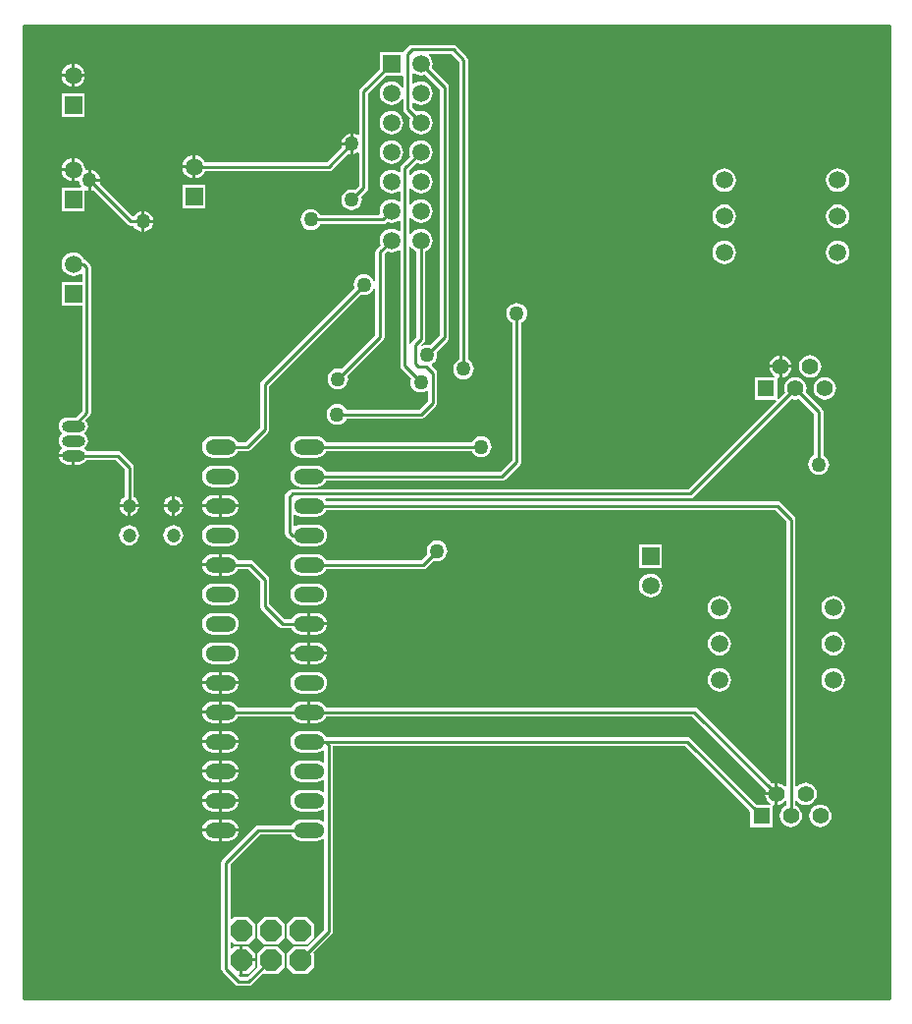
<source format=gbl>
G04*
G04 #@! TF.GenerationSoftware,Altium Limited,Altium Designer,19.0.10 (269)*
G04*
G04 Layer_Physical_Order=2*
G04 Layer_Color=16711680*
%FSLAX24Y24*%
%MOIN*%
G70*
G01*
G75*
%ADD12C,0.0100*%
%ADD51C,0.0472*%
%ADD52R,0.0551X0.0551*%
%ADD53C,0.0551*%
%ADD55R,0.0591X0.0591*%
%ADD56C,0.0591*%
%ADD57O,0.0787X0.0394*%
%ADD58O,0.0787X0.0394*%
%ADD59P,0.0801X8X202.5*%
%ADD60O,0.1040X0.0520*%
%ADD61C,0.0500*%
G36*
X32600Y4600D02*
X3200D01*
X3200Y37600D01*
X32600D01*
X32600Y4600D01*
D02*
G37*
%LPC*%
G36*
X4950Y36292D02*
Y35950D01*
X5292D01*
X5285Y36003D01*
X5245Y36099D01*
X5182Y36182D01*
X5099Y36245D01*
X5003Y36285D01*
X4950Y36292D01*
D02*
G37*
G36*
X4850D02*
X4797Y36285D01*
X4701Y36245D01*
X4618Y36182D01*
X4555Y36099D01*
X4515Y36003D01*
X4508Y35950D01*
X4850D01*
Y36292D01*
D02*
G37*
G36*
X5292Y35850D02*
X4950D01*
Y35508D01*
X5003Y35515D01*
X5099Y35555D01*
X5182Y35618D01*
X5245Y35701D01*
X5285Y35797D01*
X5292Y35850D01*
D02*
G37*
G36*
X4850D02*
X4508D01*
X4515Y35797D01*
X4555Y35701D01*
X4618Y35618D01*
X4701Y35555D01*
X4797Y35515D01*
X4850Y35508D01*
Y35850D01*
D02*
G37*
G36*
X5295Y35295D02*
X4505D01*
Y34505D01*
X5295D01*
Y35295D01*
D02*
G37*
G36*
X15700Y34699D02*
X15597Y34685D01*
X15501Y34645D01*
X15418Y34582D01*
X15355Y34499D01*
X15315Y34403D01*
X15301Y34300D01*
X15315Y34197D01*
X15355Y34101D01*
X15418Y34018D01*
X15501Y33955D01*
X15597Y33915D01*
X15700Y33901D01*
X15803Y33915D01*
X15899Y33955D01*
X15982Y34018D01*
X16045Y34101D01*
X16085Y34197D01*
X16099Y34300D01*
X16085Y34403D01*
X16045Y34499D01*
X15982Y34582D01*
X15899Y34645D01*
X15803Y34685D01*
X15700Y34699D01*
D02*
G37*
G36*
X14310Y33926D02*
X14269Y33921D01*
X14183Y33886D01*
X14110Y33830D01*
X14054Y33757D01*
X14019Y33671D01*
X14014Y33630D01*
X14310D01*
Y33926D01*
D02*
G37*
G36*
Y33530D02*
X14014D01*
X14019Y33489D01*
X14029Y33465D01*
X13517Y32953D01*
X9364D01*
X9345Y32999D01*
X9282Y33082D01*
X9199Y33145D01*
X9103Y33185D01*
X9050Y33192D01*
Y32800D01*
Y32408D01*
X9103Y32415D01*
X9199Y32455D01*
X9282Y32518D01*
X9345Y32601D01*
X9364Y32647D01*
X13580D01*
X13639Y32659D01*
X13688Y32692D01*
X14245Y33249D01*
X14269Y33239D01*
X14310Y33234D01*
Y33530D01*
D02*
G37*
G36*
X15700Y33699D02*
X15597Y33685D01*
X15501Y33645D01*
X15418Y33582D01*
X15355Y33499D01*
X15315Y33403D01*
X15301Y33300D01*
X15315Y33197D01*
X15355Y33101D01*
X15418Y33018D01*
X15501Y32955D01*
X15597Y32915D01*
X15700Y32901D01*
X15803Y32915D01*
X15899Y32955D01*
X15982Y33018D01*
X16045Y33101D01*
X16085Y33197D01*
X16099Y33300D01*
X16085Y33403D01*
X16045Y33499D01*
X15982Y33582D01*
X15899Y33645D01*
X15803Y33685D01*
X15700Y33699D01*
D02*
G37*
G36*
X8950Y33192D02*
X8897Y33185D01*
X8801Y33145D01*
X8718Y33082D01*
X8655Y32999D01*
X8615Y32903D01*
X8608Y32850D01*
X8950D01*
Y33192D01*
D02*
G37*
G36*
X4850Y33092D02*
X4797Y33085D01*
X4701Y33045D01*
X4618Y32982D01*
X4555Y32899D01*
X4515Y32803D01*
X4508Y32750D01*
X4850D01*
Y33092D01*
D02*
G37*
G36*
X8950Y32750D02*
X8608D01*
X8615Y32697D01*
X8655Y32601D01*
X8718Y32518D01*
X8801Y32455D01*
X8897Y32415D01*
X8950Y32408D01*
Y32750D01*
D02*
G37*
G36*
X5508Y32688D02*
Y32392D01*
X5805D01*
X5799Y32433D01*
X5764Y32518D01*
X5708Y32591D01*
X5635Y32648D01*
X5550Y32683D01*
X5508Y32688D01*
D02*
G37*
G36*
X4850Y32650D02*
X4508D01*
X4515Y32597D01*
X4555Y32501D01*
X4618Y32418D01*
X4701Y32355D01*
X4797Y32315D01*
X4850Y32308D01*
Y32650D01*
D02*
G37*
G36*
X4950Y33092D02*
Y32700D01*
Y32308D01*
X5003Y32315D01*
X5056Y32337D01*
X5110Y32305D01*
X5117Y32250D01*
X5153Y32165D01*
X5172Y32140D01*
X5150Y32095D01*
X4505D01*
Y31305D01*
X5295D01*
Y31985D01*
X5337Y32013D01*
X5367Y32001D01*
X5408Y31995D01*
Y32342D01*
Y32688D01*
X5367Y32683D01*
X5339Y32671D01*
X5298Y32708D01*
X5285Y32803D01*
X5245Y32899D01*
X5182Y32982D01*
X5099Y33045D01*
X5003Y33085D01*
X4950Y33092D01*
D02*
G37*
G36*
X30858Y32740D02*
X30755Y32726D01*
X30659Y32686D01*
X30576Y32623D01*
X30513Y32540D01*
X30473Y32444D01*
X30460Y32341D01*
X30473Y32238D01*
X30513Y32142D01*
X30576Y32059D01*
X30659Y31996D01*
X30755Y31956D01*
X30858Y31942D01*
X30961Y31956D01*
X31058Y31996D01*
X31140Y32059D01*
X31204Y32142D01*
X31243Y32238D01*
X31257Y32341D01*
X31243Y32444D01*
X31204Y32540D01*
X31140Y32623D01*
X31058Y32686D01*
X30961Y32726D01*
X30858Y32740D01*
D02*
G37*
G36*
X27000D02*
X26897Y32726D01*
X26801Y32686D01*
X26718Y32623D01*
X26655Y32540D01*
X26615Y32444D01*
X26601Y32341D01*
X26615Y32238D01*
X26655Y32142D01*
X26718Y32059D01*
X26801Y31996D01*
X26897Y31956D01*
X27000Y31942D01*
X27103Y31956D01*
X27199Y31996D01*
X27282Y32059D01*
X27345Y32142D01*
X27385Y32238D01*
X27399Y32341D01*
X27385Y32444D01*
X27345Y32540D01*
X27282Y32623D01*
X27199Y32686D01*
X27103Y32726D01*
X27000Y32740D01*
D02*
G37*
G36*
X9395Y32195D02*
X8605D01*
Y31405D01*
X9395D01*
Y32195D01*
D02*
G37*
G36*
X7313Y31294D02*
Y30998D01*
X7609D01*
X7604Y31039D01*
X7568Y31124D01*
X7512Y31197D01*
X7439Y31254D01*
X7354Y31289D01*
X7313Y31294D01*
D02*
G37*
G36*
X30858Y31519D02*
X30755Y31506D01*
X30659Y31466D01*
X30576Y31402D01*
X30513Y31320D01*
X30473Y31224D01*
X30460Y31120D01*
X30473Y31017D01*
X30513Y30921D01*
X30576Y30839D01*
X30659Y30775D01*
X30755Y30735D01*
X30858Y30722D01*
X30961Y30735D01*
X31058Y30775D01*
X31140Y30839D01*
X31204Y30921D01*
X31243Y31017D01*
X31257Y31120D01*
X31243Y31224D01*
X31204Y31320D01*
X31140Y31402D01*
X31058Y31466D01*
X30961Y31506D01*
X30858Y31519D01*
D02*
G37*
G36*
X27000D02*
X26897Y31506D01*
X26801Y31466D01*
X26718Y31402D01*
X26655Y31320D01*
X26615Y31224D01*
X26601Y31120D01*
X26615Y31017D01*
X26655Y30921D01*
X26718Y30839D01*
X26801Y30775D01*
X26897Y30735D01*
X27000Y30722D01*
X27103Y30735D01*
X27199Y30775D01*
X27282Y30839D01*
X27345Y30921D01*
X27385Y31017D01*
X27399Y31120D01*
X27385Y31224D01*
X27345Y31320D01*
X27282Y31402D01*
X27199Y31466D01*
X27103Y31506D01*
X27000Y31519D01*
D02*
G37*
G36*
X7609Y30898D02*
X7313D01*
Y30601D01*
X7354Y30607D01*
X7439Y30642D01*
X7512Y30698D01*
X7568Y30771D01*
X7604Y30856D01*
X7609Y30898D01*
D02*
G37*
G36*
X5805Y32292D02*
X5508D01*
Y31995D01*
X5550Y32001D01*
X5573Y32011D01*
X6744Y30840D01*
X6794Y30807D01*
X6852Y30795D01*
X6947D01*
X6957Y30771D01*
X7013Y30698D01*
X7086Y30642D01*
X7171Y30607D01*
X7213Y30601D01*
Y30948D01*
Y31294D01*
X7171Y31289D01*
X7086Y31254D01*
X7013Y31197D01*
X6957Y31124D01*
X6956Y31123D01*
X6901Y31115D01*
X5789Y32227D01*
X5799Y32250D01*
X5805Y32292D01*
D02*
G37*
G36*
X30858Y30299D02*
X30755Y30285D01*
X30659Y30245D01*
X30576Y30182D01*
X30513Y30099D01*
X30473Y30003D01*
X30460Y29900D01*
X30473Y29797D01*
X30513Y29701D01*
X30576Y29618D01*
X30659Y29555D01*
X30755Y29515D01*
X30858Y29501D01*
X30961Y29515D01*
X31058Y29555D01*
X31140Y29618D01*
X31204Y29701D01*
X31243Y29797D01*
X31257Y29900D01*
X31243Y30003D01*
X31204Y30099D01*
X31140Y30182D01*
X31058Y30245D01*
X30961Y30285D01*
X30858Y30299D01*
D02*
G37*
G36*
X27000D02*
X26897Y30285D01*
X26801Y30245D01*
X26718Y30182D01*
X26655Y30099D01*
X26615Y30003D01*
X26601Y29900D01*
X26615Y29797D01*
X26655Y29701D01*
X26718Y29618D01*
X26801Y29555D01*
X26897Y29515D01*
X27000Y29501D01*
X27103Y29515D01*
X27199Y29555D01*
X27282Y29618D01*
X27345Y29701D01*
X27385Y29797D01*
X27399Y29900D01*
X27385Y30003D01*
X27345Y30099D01*
X27282Y30182D01*
X27199Y30245D01*
X27103Y30285D01*
X27000Y30299D01*
D02*
G37*
G36*
X28971Y26400D02*
Y26078D01*
X29294D01*
X29287Y26126D01*
X29249Y26217D01*
X29189Y26296D01*
X29111Y26356D01*
X29019Y26394D01*
X28971Y26400D01*
D02*
G37*
G36*
X28871D02*
X28823Y26394D01*
X28732Y26356D01*
X28653Y26296D01*
X28593Y26217D01*
X28555Y26126D01*
X28549Y26078D01*
X28871D01*
Y26400D01*
D02*
G37*
G36*
X29294Y25978D02*
X28971D01*
Y25656D01*
X29019Y25662D01*
X29111Y25700D01*
X29189Y25760D01*
X29249Y25839D01*
X29287Y25930D01*
X29294Y25978D01*
D02*
G37*
G36*
X28871D02*
X28549D01*
X28555Y25930D01*
X28593Y25839D01*
X28653Y25760D01*
X28727Y25704D01*
X28727Y25687D01*
X28713Y25654D01*
X28046D01*
Y24902D01*
X28759D01*
X28779Y24852D01*
X25790Y21863D01*
X12340D01*
X12281Y21851D01*
X12232Y21818D01*
X12122Y21708D01*
X12089Y21659D01*
X12077Y21600D01*
Y20400D01*
X12089Y20341D01*
X12122Y20292D01*
X12222Y20192D01*
X12271Y20159D01*
X12312Y20151D01*
X12326Y20118D01*
X12383Y20043D01*
X12458Y19986D01*
X12546Y19949D01*
X12640Y19937D01*
X13160D01*
X13254Y19949D01*
X13342Y19986D01*
X13417Y20043D01*
X13474Y20118D01*
X13511Y20206D01*
X13523Y20300D01*
X13511Y20394D01*
X13474Y20482D01*
X13417Y20557D01*
X13342Y20614D01*
X13254Y20651D01*
X13160Y20663D01*
X12640D01*
X12546Y20651D01*
X12458Y20614D01*
X12433Y20595D01*
X12383Y20620D01*
Y20980D01*
X12433Y21005D01*
X12458Y20986D01*
X12546Y20949D01*
X12640Y20937D01*
X13160D01*
X13254Y20949D01*
X13342Y20986D01*
X13417Y21043D01*
X13474Y21118D01*
X13486Y21147D01*
X28737D01*
X29110Y20774D01*
Y11775D01*
X29060Y11758D01*
X29031Y11796D01*
X28952Y11856D01*
X28861Y11894D01*
X28813Y11900D01*
Y11528D01*
Y11156D01*
X28861Y11162D01*
X28952Y11200D01*
X29031Y11260D01*
X29060Y11298D01*
X29110Y11281D01*
Y11121D01*
X29074Y11106D01*
X28995Y11046D01*
X28935Y10967D01*
X28897Y10876D01*
X28884Y10778D01*
X28897Y10680D01*
X28935Y10589D01*
X28995Y10510D01*
X29074Y10450D01*
X29165Y10412D01*
X29263Y10399D01*
X29361Y10412D01*
X29452Y10450D01*
X29531Y10510D01*
X29591Y10589D01*
X29629Y10680D01*
X29642Y10778D01*
X29629Y10876D01*
X29591Y10967D01*
X29531Y11046D01*
X29452Y11106D01*
X29416Y11121D01*
Y11281D01*
X29466Y11298D01*
X29495Y11260D01*
X29574Y11200D01*
X29665Y11162D01*
X29763Y11149D01*
X29861Y11162D01*
X29952Y11200D01*
X30031Y11260D01*
X30091Y11339D01*
X30129Y11430D01*
X30142Y11528D01*
X30129Y11626D01*
X30091Y11717D01*
X30031Y11796D01*
X29952Y11856D01*
X29861Y11894D01*
X29763Y11907D01*
X29665Y11894D01*
X29574Y11856D01*
X29495Y11796D01*
X29466Y11758D01*
X29416Y11775D01*
Y20837D01*
X29404Y20896D01*
X29371Y20945D01*
X28908Y21408D01*
X28859Y21441D01*
X28800Y21453D01*
X13486D01*
X13474Y21482D01*
X13455Y21507D01*
X13480Y21557D01*
X25853D01*
X25912Y21569D01*
X25961Y21602D01*
X29287Y24927D01*
X29323Y24912D01*
X29421Y24899D01*
X29519Y24912D01*
X29556Y24927D01*
X30057Y24426D01*
Y23015D01*
X30033Y23006D01*
X29960Y22950D01*
X29904Y22877D01*
X29869Y22791D01*
X29857Y22700D01*
X29869Y22609D01*
X29904Y22523D01*
X29960Y22450D01*
X30033Y22394D01*
X30119Y22359D01*
X30210Y22347D01*
X30301Y22359D01*
X30387Y22394D01*
X30460Y22450D01*
X30516Y22523D01*
X30551Y22609D01*
X30563Y22700D01*
X30551Y22791D01*
X30516Y22877D01*
X30460Y22950D01*
X30387Y23006D01*
X30363Y23015D01*
Y24489D01*
X30351Y24548D01*
X30318Y24597D01*
X29772Y25143D01*
X29787Y25180D01*
X29800Y25278D01*
X29787Y25376D01*
X29749Y25467D01*
X29689Y25546D01*
X29611Y25606D01*
X29519Y25644D01*
X29421Y25657D01*
X29323Y25644D01*
X29232Y25606D01*
X29153Y25546D01*
X29093Y25467D01*
X29055Y25376D01*
X29042Y25278D01*
X29055Y25180D01*
X29070Y25143D01*
X28847Y24920D01*
X28797Y24941D01*
Y25619D01*
X28803Y25628D01*
X28844Y25659D01*
X28871Y25656D01*
Y25978D01*
D02*
G37*
G36*
X29921Y26407D02*
X29823Y26394D01*
X29732Y26356D01*
X29653Y26296D01*
X29593Y26217D01*
X29555Y26126D01*
X29542Y26028D01*
X29555Y25930D01*
X29593Y25839D01*
X29653Y25760D01*
X29732Y25700D01*
X29823Y25662D01*
X29921Y25649D01*
X30019Y25662D01*
X30111Y25700D01*
X30189Y25760D01*
X30249Y25839D01*
X30287Y25930D01*
X30300Y26028D01*
X30287Y26126D01*
X30249Y26217D01*
X30189Y26296D01*
X30111Y26356D01*
X30019Y26394D01*
X29921Y26407D01*
D02*
G37*
G36*
X17800Y36933D02*
X16400D01*
X16341Y36921D01*
X16292Y36888D01*
X16142Y36738D01*
X16133Y36725D01*
X16095Y36695D01*
X16059Y36695D01*
X15305D01*
Y36121D01*
X14652Y35468D01*
X14619Y35419D01*
X14607Y35360D01*
Y33888D01*
X14562Y33866D01*
X14537Y33886D01*
X14451Y33921D01*
X14410Y33926D01*
Y33580D01*
Y33234D01*
X14451Y33239D01*
X14537Y33274D01*
X14562Y33294D01*
X14607Y33272D01*
Y32153D01*
X14465Y32011D01*
X14441Y32021D01*
X14350Y32033D01*
X14259Y32021D01*
X14173Y31986D01*
X14100Y31930D01*
X14044Y31857D01*
X14009Y31771D01*
X13997Y31680D01*
X14009Y31589D01*
X14044Y31503D01*
X14100Y31430D01*
X14173Y31374D01*
X14259Y31339D01*
X14350Y31327D01*
X14441Y31339D01*
X14527Y31374D01*
X14600Y31430D01*
X14656Y31503D01*
X14691Y31589D01*
X14703Y31680D01*
X14691Y31771D01*
X14681Y31795D01*
X14868Y31982D01*
X14901Y32031D01*
X14913Y32090D01*
Y35297D01*
X15521Y35905D01*
X16095Y35905D01*
X16097Y35855D01*
Y35505D01*
X16047Y35495D01*
X16045Y35499D01*
X15982Y35582D01*
X15899Y35645D01*
X15803Y35685D01*
X15700Y35699D01*
X15597Y35685D01*
X15501Y35645D01*
X15418Y35582D01*
X15355Y35499D01*
X15315Y35403D01*
X15301Y35300D01*
X15315Y35197D01*
X15355Y35101D01*
X15418Y35018D01*
X15501Y34955D01*
X15597Y34915D01*
X15700Y34901D01*
X15803Y34915D01*
X15899Y34955D01*
X15982Y35018D01*
X16045Y35101D01*
X16047Y35105D01*
X16097Y35095D01*
Y34750D01*
X16109Y34691D01*
X16142Y34642D01*
X16334Y34450D01*
X16315Y34403D01*
X16301Y34300D01*
X16315Y34197D01*
X16355Y34101D01*
X16418Y34018D01*
X16501Y33955D01*
X16597Y33915D01*
X16700Y33901D01*
X16803Y33915D01*
X16899Y33955D01*
X16982Y34018D01*
X17045Y34101D01*
X17085Y34197D01*
X17099Y34300D01*
X17085Y34403D01*
X17045Y34499D01*
X16982Y34582D01*
X16899Y34645D01*
X16803Y34685D01*
X16700Y34699D01*
X16597Y34685D01*
X16550Y34666D01*
X16403Y34813D01*
Y34967D01*
X16453Y34991D01*
X16501Y34955D01*
X16597Y34915D01*
X16700Y34901D01*
X16803Y34915D01*
X16899Y34955D01*
X16982Y35018D01*
X17045Y35101D01*
X17085Y35197D01*
X17099Y35300D01*
X17085Y35403D01*
X17045Y35499D01*
X16982Y35582D01*
X16899Y35645D01*
X16803Y35685D01*
X16700Y35699D01*
X16597Y35685D01*
X16501Y35645D01*
X16453Y35609D01*
X16403Y35633D01*
Y35967D01*
X16453Y35991D01*
X16501Y35955D01*
X16597Y35915D01*
X16700Y35901D01*
X16803Y35915D01*
X16850Y35934D01*
X17347Y35437D01*
Y27073D01*
X17015Y26741D01*
X16991Y26751D01*
X16900Y26763D01*
X16809Y26751D01*
X16756Y26729D01*
X16728Y26772D01*
X16808Y26852D01*
X16841Y26901D01*
X16853Y26960D01*
Y29936D01*
X16899Y29955D01*
X16982Y30018D01*
X17045Y30101D01*
X17085Y30197D01*
X17099Y30300D01*
X17085Y30403D01*
X17045Y30499D01*
X16982Y30582D01*
X16899Y30645D01*
X16803Y30685D01*
X16700Y30699D01*
X16597Y30685D01*
X16501Y30645D01*
X16418Y30582D01*
X16355Y30499D01*
X16353Y30495D01*
X16303Y30505D01*
Y31095D01*
X16353Y31105D01*
X16355Y31101D01*
X16418Y31018D01*
X16501Y30955D01*
X16597Y30915D01*
X16700Y30901D01*
X16803Y30915D01*
X16899Y30955D01*
X16982Y31018D01*
X17045Y31101D01*
X17085Y31197D01*
X17099Y31300D01*
X17085Y31403D01*
X17045Y31499D01*
X16982Y31582D01*
X16899Y31645D01*
X16803Y31685D01*
X16700Y31699D01*
X16597Y31685D01*
X16501Y31645D01*
X16418Y31582D01*
X16355Y31499D01*
X16353Y31495D01*
X16303Y31505D01*
Y32095D01*
X16353Y32105D01*
X16355Y32101D01*
X16418Y32018D01*
X16501Y31955D01*
X16597Y31915D01*
X16700Y31901D01*
X16803Y31915D01*
X16899Y31955D01*
X16982Y32018D01*
X17045Y32101D01*
X17085Y32197D01*
X17099Y32300D01*
X17085Y32403D01*
X17045Y32499D01*
X16982Y32582D01*
X16899Y32645D01*
X16803Y32685D01*
X16700Y32699D01*
X16597Y32685D01*
X16501Y32645D01*
X16418Y32582D01*
X16355Y32499D01*
X16353Y32495D01*
X16303Y32505D01*
Y32687D01*
X16550Y32934D01*
X16597Y32915D01*
X16700Y32901D01*
X16803Y32915D01*
X16899Y32955D01*
X16982Y33018D01*
X17045Y33101D01*
X17085Y33197D01*
X17099Y33300D01*
X17085Y33403D01*
X17045Y33499D01*
X16982Y33582D01*
X16899Y33645D01*
X16803Y33685D01*
X16700Y33699D01*
X16597Y33685D01*
X16501Y33645D01*
X16418Y33582D01*
X16355Y33499D01*
X16315Y33403D01*
X16301Y33300D01*
X16315Y33197D01*
X16334Y33150D01*
X16042Y32858D01*
X16009Y32809D01*
X15997Y32750D01*
Y32633D01*
X15947Y32609D01*
X15899Y32645D01*
X15803Y32685D01*
X15700Y32699D01*
X15597Y32685D01*
X15501Y32645D01*
X15418Y32582D01*
X15355Y32499D01*
X15315Y32403D01*
X15301Y32300D01*
X15315Y32197D01*
X15355Y32101D01*
X15418Y32018D01*
X15501Y31955D01*
X15597Y31915D01*
X15700Y31901D01*
X15803Y31915D01*
X15899Y31955D01*
X15947Y31991D01*
X15997Y31967D01*
Y31633D01*
X15947Y31609D01*
X15899Y31645D01*
X15803Y31685D01*
X15700Y31699D01*
X15597Y31685D01*
X15501Y31645D01*
X15418Y31582D01*
X15355Y31499D01*
X15315Y31403D01*
X15301Y31300D01*
X15313Y31213D01*
X15281Y31163D01*
X13285D01*
X13276Y31187D01*
X13220Y31260D01*
X13147Y31316D01*
X13061Y31351D01*
X12970Y31363D01*
X12879Y31351D01*
X12793Y31316D01*
X12720Y31260D01*
X12664Y31187D01*
X12629Y31101D01*
X12617Y31010D01*
X12629Y30919D01*
X12664Y30833D01*
X12720Y30760D01*
X12793Y30704D01*
X12879Y30669D01*
X12970Y30657D01*
X13061Y30669D01*
X13147Y30704D01*
X13220Y30760D01*
X13276Y30833D01*
X13285Y30857D01*
X15410D01*
X15469Y30869D01*
X15518Y30902D01*
X15550Y30934D01*
X15597Y30915D01*
X15700Y30901D01*
X15803Y30915D01*
X15899Y30955D01*
X15947Y30991D01*
X15997Y30967D01*
Y30633D01*
X15947Y30609D01*
X15899Y30645D01*
X15803Y30685D01*
X15700Y30699D01*
X15597Y30685D01*
X15501Y30645D01*
X15418Y30582D01*
X15355Y30499D01*
X15315Y30403D01*
X15301Y30300D01*
X15315Y30197D01*
X15334Y30150D01*
X15202Y30018D01*
X15169Y29969D01*
X15157Y29910D01*
Y28911D01*
X15107Y28901D01*
X15076Y28977D01*
X15020Y29050D01*
X14947Y29106D01*
X14861Y29141D01*
X14770Y29153D01*
X14679Y29141D01*
X14593Y29106D01*
X14520Y29050D01*
X14464Y28977D01*
X14429Y28891D01*
X14417Y28800D01*
X14429Y28709D01*
X14439Y28685D01*
X11292Y25538D01*
X11259Y25489D01*
X11247Y25430D01*
Y23963D01*
X10737Y23453D01*
X10486D01*
X10474Y23482D01*
X10417Y23557D01*
X10342Y23614D01*
X10254Y23651D01*
X10160Y23663D01*
X9640D01*
X9546Y23651D01*
X9458Y23614D01*
X9383Y23557D01*
X9326Y23482D01*
X9289Y23394D01*
X9277Y23300D01*
X9289Y23206D01*
X9326Y23118D01*
X9383Y23043D01*
X9458Y22986D01*
X9546Y22949D01*
X9640Y22937D01*
X10160D01*
X10254Y22949D01*
X10342Y22986D01*
X10417Y23043D01*
X10474Y23118D01*
X10486Y23147D01*
X10800D01*
X10859Y23159D01*
X10908Y23192D01*
X11508Y23792D01*
X11541Y23841D01*
X11553Y23900D01*
Y25367D01*
X14655Y28469D01*
X14679Y28459D01*
X14770Y28447D01*
X14861Y28459D01*
X14947Y28494D01*
X15020Y28550D01*
X15076Y28623D01*
X15107Y28699D01*
X15157Y28689D01*
Y27093D01*
X13997Y25933D01*
X13973Y25943D01*
X13882Y25955D01*
X13791Y25943D01*
X13705Y25908D01*
X13632Y25852D01*
X13576Y25778D01*
X13541Y25693D01*
X13529Y25602D01*
X13541Y25511D01*
X13576Y25425D01*
X13632Y25352D01*
X13705Y25296D01*
X13791Y25261D01*
X13882Y25249D01*
X13973Y25261D01*
X14058Y25296D01*
X14132Y25352D01*
X14188Y25425D01*
X14223Y25511D01*
X14235Y25602D01*
X14223Y25693D01*
X14213Y25717D01*
X15418Y26922D01*
X15451Y26971D01*
X15463Y27030D01*
Y29847D01*
X15550Y29934D01*
X15597Y29915D01*
X15700Y29901D01*
X15803Y29915D01*
X15899Y29955D01*
X15947Y29991D01*
X15997Y29967D01*
Y26047D01*
X16009Y25988D01*
X16042Y25939D01*
X16369Y25612D01*
X16359Y25588D01*
X16347Y25497D01*
X16359Y25405D01*
X16394Y25320D01*
X16450Y25247D01*
X16523Y25191D01*
X16609Y25156D01*
X16700Y25144D01*
X16791Y25156D01*
X16877Y25191D01*
X16902Y25211D01*
X16947Y25189D01*
Y24863D01*
X16637Y24553D01*
X14175D01*
X14166Y24577D01*
X14110Y24650D01*
X14037Y24706D01*
X13951Y24741D01*
X13860Y24753D01*
X13769Y24741D01*
X13683Y24706D01*
X13610Y24650D01*
X13554Y24577D01*
X13519Y24491D01*
X13507Y24400D01*
X13519Y24309D01*
X13554Y24223D01*
X13610Y24150D01*
X13683Y24094D01*
X13769Y24059D01*
X13860Y24047D01*
X13951Y24059D01*
X14037Y24094D01*
X14110Y24150D01*
X14166Y24223D01*
X14175Y24247D01*
X16700D01*
X16759Y24259D01*
X16808Y24292D01*
X17208Y24692D01*
X17241Y24741D01*
X17253Y24800D01*
Y25800D01*
X17241Y25859D01*
X17208Y25908D01*
X17063Y26054D01*
X17071Y26094D01*
X17080Y26107D01*
X17150Y26160D01*
X17206Y26233D01*
X17241Y26319D01*
X17253Y26410D01*
X17241Y26501D01*
X17231Y26525D01*
X17608Y26902D01*
X17641Y26951D01*
X17653Y27010D01*
Y35500D01*
X17641Y35559D01*
X17608Y35608D01*
X17066Y36150D01*
X17085Y36197D01*
X17099Y36300D01*
X17085Y36403D01*
X17045Y36499D01*
X16986Y36577D01*
X16994Y36618D01*
X16997Y36627D01*
X17737D01*
X17997Y36367D01*
Y26255D01*
X17973Y26246D01*
X17900Y26190D01*
X17844Y26117D01*
X17809Y26031D01*
X17797Y25940D01*
X17809Y25849D01*
X17844Y25763D01*
X17900Y25690D01*
X17973Y25634D01*
X18059Y25599D01*
X18150Y25587D01*
X18241Y25599D01*
X18327Y25634D01*
X18400Y25690D01*
X18456Y25763D01*
X18491Y25849D01*
X18503Y25940D01*
X18491Y26031D01*
X18456Y26117D01*
X18400Y26190D01*
X18327Y26246D01*
X18303Y26255D01*
Y36430D01*
X18291Y36489D01*
X18258Y36538D01*
X17908Y36888D01*
X17859Y36921D01*
X17800Y36933D01*
D02*
G37*
G36*
X30421Y25657D02*
X30323Y25644D01*
X30232Y25606D01*
X30153Y25546D01*
X30093Y25467D01*
X30055Y25376D01*
X30042Y25278D01*
X30055Y25180D01*
X30093Y25089D01*
X30153Y25010D01*
X30232Y24950D01*
X30323Y24912D01*
X30421Y24899D01*
X30519Y24912D01*
X30611Y24950D01*
X30689Y25010D01*
X30749Y25089D01*
X30787Y25180D01*
X30800Y25278D01*
X30787Y25376D01*
X30749Y25467D01*
X30689Y25546D01*
X30611Y25606D01*
X30519Y25644D01*
X30421Y25657D01*
D02*
G37*
G36*
X13160Y23663D02*
X12640D01*
X12546Y23651D01*
X12458Y23614D01*
X12383Y23557D01*
X12326Y23482D01*
X12289Y23394D01*
X12277Y23300D01*
X12289Y23206D01*
X12326Y23118D01*
X12383Y23043D01*
X12458Y22986D01*
X12546Y22949D01*
X12640Y22937D01*
X13160D01*
X13254Y22949D01*
X13342Y22986D01*
X13417Y23043D01*
X13474Y23118D01*
X13486Y23147D01*
X18435D01*
X18444Y23123D01*
X18500Y23050D01*
X18573Y22994D01*
X18659Y22959D01*
X18750Y22947D01*
X18841Y22959D01*
X18927Y22994D01*
X19000Y23050D01*
X19056Y23123D01*
X19091Y23209D01*
X19103Y23300D01*
X19091Y23391D01*
X19056Y23477D01*
X19000Y23550D01*
X18927Y23606D01*
X18841Y23641D01*
X18750Y23653D01*
X18659Y23641D01*
X18573Y23606D01*
X18500Y23550D01*
X18444Y23477D01*
X18435Y23453D01*
X13486D01*
X13474Y23482D01*
X13417Y23557D01*
X13342Y23614D01*
X13254Y23651D01*
X13160Y23663D01*
D02*
G37*
G36*
X4850Y22950D02*
X4410D01*
X4414Y22923D01*
X4444Y22850D01*
X4491Y22788D01*
X4553Y22741D01*
X4626Y22711D01*
X4703Y22701D01*
X4850D01*
Y22950D01*
D02*
G37*
G36*
X19960Y28183D02*
X19869Y28171D01*
X19783Y28136D01*
X19710Y28080D01*
X19654Y28007D01*
X19619Y27921D01*
X19607Y27830D01*
X19619Y27739D01*
X19654Y27653D01*
X19710Y27580D01*
X19783Y27524D01*
X19807Y27515D01*
Y22863D01*
X19397Y22453D01*
X13486D01*
X13474Y22482D01*
X13417Y22557D01*
X13342Y22614D01*
X13254Y22651D01*
X13160Y22663D01*
X12640D01*
X12546Y22651D01*
X12458Y22614D01*
X12383Y22557D01*
X12326Y22482D01*
X12289Y22394D01*
X12277Y22300D01*
X12289Y22206D01*
X12326Y22118D01*
X12383Y22043D01*
X12458Y21986D01*
X12546Y21949D01*
X12640Y21937D01*
X13160D01*
X13254Y21949D01*
X13342Y21986D01*
X13417Y22043D01*
X13474Y22118D01*
X13486Y22147D01*
X19460D01*
X19519Y22159D01*
X19568Y22192D01*
X20068Y22692D01*
X20101Y22741D01*
X20113Y22800D01*
Y27515D01*
X20137Y27524D01*
X20210Y27580D01*
X20266Y27653D01*
X20301Y27739D01*
X20313Y27830D01*
X20301Y27921D01*
X20266Y28007D01*
X20210Y28080D01*
X20137Y28136D01*
X20051Y28171D01*
X19960Y28183D01*
D02*
G37*
G36*
X10160Y22663D02*
X9640D01*
X9546Y22651D01*
X9458Y22614D01*
X9383Y22557D01*
X9326Y22482D01*
X9289Y22394D01*
X9277Y22300D01*
X9289Y22206D01*
X9326Y22118D01*
X9383Y22043D01*
X9458Y21986D01*
X9546Y21949D01*
X9640Y21937D01*
X10160D01*
X10254Y21949D01*
X10342Y21986D01*
X10417Y22043D01*
X10474Y22118D01*
X10511Y22206D01*
X10523Y22300D01*
X10511Y22394D01*
X10474Y22482D01*
X10417Y22557D01*
X10342Y22614D01*
X10254Y22651D01*
X10160Y22663D01*
D02*
G37*
G36*
X8350Y21633D02*
Y21350D01*
X8633D01*
X8628Y21388D01*
X8594Y21470D01*
X8540Y21540D01*
X8470Y21594D01*
X8388Y21628D01*
X8350Y21633D01*
D02*
G37*
G36*
X10160Y21663D02*
X9950D01*
Y21350D01*
X10517D01*
X10511Y21394D01*
X10474Y21482D01*
X10417Y21557D01*
X10342Y21614D01*
X10254Y21651D01*
X10160Y21663D01*
D02*
G37*
G36*
X9850D02*
X9640D01*
X9546Y21651D01*
X9458Y21614D01*
X9383Y21557D01*
X9326Y21482D01*
X9289Y21394D01*
X9283Y21350D01*
X9850D01*
Y21663D01*
D02*
G37*
G36*
X8250Y21633D02*
X8212Y21628D01*
X8130Y21594D01*
X8060Y21540D01*
X8006Y21470D01*
X7972Y21388D01*
X7967Y21350D01*
X8250D01*
Y21633D01*
D02*
G37*
G36*
X4900Y29899D02*
X4797Y29885D01*
X4701Y29845D01*
X4618Y29782D01*
X4555Y29699D01*
X4515Y29603D01*
X4501Y29500D01*
X4515Y29397D01*
X4555Y29301D01*
X4618Y29218D01*
X4701Y29155D01*
X4797Y29115D01*
X4900Y29101D01*
X5003Y29115D01*
X5099Y29155D01*
X5147Y29191D01*
X5197Y29167D01*
Y28895D01*
X4505D01*
Y28105D01*
X5197D01*
Y24513D01*
X4983Y24299D01*
X4703D01*
X4626Y24289D01*
X4553Y24259D01*
X4491Y24212D01*
X4444Y24150D01*
X4414Y24077D01*
X4404Y24000D01*
X4414Y23923D01*
X4444Y23850D01*
X4491Y23788D01*
X4509Y23775D01*
Y23725D01*
X4491Y23712D01*
X4444Y23650D01*
X4414Y23577D01*
X4404Y23500D01*
X4414Y23423D01*
X4444Y23350D01*
X4491Y23288D01*
X4509Y23275D01*
Y23225D01*
X4491Y23212D01*
X4444Y23150D01*
X4414Y23077D01*
X4410Y23050D01*
X4900D01*
Y23000D01*
X4950D01*
Y22701D01*
X5097D01*
X5174Y22711D01*
X5247Y22741D01*
X5309Y22788D01*
X5354Y22847D01*
X6337D01*
X6647Y22537D01*
Y21601D01*
X6630Y21594D01*
X6560Y21540D01*
X6506Y21470D01*
X6472Y21388D01*
X6467Y21350D01*
X6800D01*
X7133D01*
X7128Y21388D01*
X7094Y21470D01*
X7040Y21540D01*
X6970Y21594D01*
X6953Y21601D01*
Y22600D01*
X6941Y22659D01*
X6908Y22708D01*
X6508Y23108D01*
X6459Y23141D01*
X6400Y23153D01*
X5354D01*
X5309Y23212D01*
X5291Y23225D01*
Y23275D01*
X5309Y23288D01*
X5356Y23350D01*
X5386Y23423D01*
X5396Y23500D01*
X5386Y23577D01*
X5356Y23650D01*
X5309Y23712D01*
X5291Y23725D01*
Y23775D01*
X5309Y23788D01*
X5356Y23850D01*
X5386Y23923D01*
X5396Y24000D01*
X5386Y24077D01*
X5356Y24150D01*
X5317Y24201D01*
X5458Y24342D01*
X5491Y24391D01*
X5503Y24450D01*
Y29400D01*
X5491Y29459D01*
X5458Y29508D01*
X5358Y29608D01*
X5309Y29641D01*
X5266Y29650D01*
X5245Y29699D01*
X5182Y29782D01*
X5099Y29845D01*
X5003Y29885D01*
X4900Y29899D01*
D02*
G37*
G36*
X8633Y21250D02*
X8350D01*
Y20967D01*
X8388Y20972D01*
X8470Y21006D01*
X8540Y21060D01*
X8594Y21130D01*
X8628Y21212D01*
X8633Y21250D01*
D02*
G37*
G36*
X7133D02*
X6850D01*
Y20967D01*
X6888Y20972D01*
X6970Y21006D01*
X7040Y21060D01*
X7094Y21130D01*
X7128Y21212D01*
X7133Y21250D01*
D02*
G37*
G36*
X8250D02*
X7967D01*
X7972Y21212D01*
X8006Y21130D01*
X8060Y21060D01*
X8130Y21006D01*
X8212Y20972D01*
X8250Y20967D01*
Y21250D01*
D02*
G37*
G36*
X6750D02*
X6467D01*
X6472Y21212D01*
X6506Y21130D01*
X6560Y21060D01*
X6630Y21006D01*
X6712Y20972D01*
X6750Y20967D01*
Y21250D01*
D02*
G37*
G36*
X10517D02*
X9950D01*
Y20937D01*
X10160D01*
X10254Y20949D01*
X10342Y20986D01*
X10417Y21043D01*
X10474Y21118D01*
X10511Y21206D01*
X10517Y21250D01*
D02*
G37*
G36*
X9850D02*
X9283D01*
X9289Y21206D01*
X9326Y21118D01*
X9383Y21043D01*
X9458Y20986D01*
X9546Y20949D01*
X9640Y20937D01*
X9850D01*
Y21250D01*
D02*
G37*
G36*
X8300Y20639D02*
X8212Y20628D01*
X8130Y20594D01*
X8060Y20540D01*
X8006Y20470D01*
X7972Y20388D01*
X7961Y20300D01*
X7972Y20212D01*
X8006Y20130D01*
X8060Y20060D01*
X8130Y20006D01*
X8212Y19972D01*
X8300Y19961D01*
X8388Y19972D01*
X8470Y20006D01*
X8540Y20060D01*
X8594Y20130D01*
X8628Y20212D01*
X8639Y20300D01*
X8628Y20388D01*
X8594Y20470D01*
X8540Y20540D01*
X8470Y20594D01*
X8388Y20628D01*
X8300Y20639D01*
D02*
G37*
G36*
X6800D02*
X6712Y20628D01*
X6630Y20594D01*
X6560Y20540D01*
X6506Y20470D01*
X6472Y20388D01*
X6461Y20300D01*
X6472Y20212D01*
X6506Y20130D01*
X6560Y20060D01*
X6630Y20006D01*
X6712Y19972D01*
X6800Y19961D01*
X6888Y19972D01*
X6970Y20006D01*
X7040Y20060D01*
X7094Y20130D01*
X7128Y20212D01*
X7139Y20300D01*
X7128Y20388D01*
X7094Y20470D01*
X7040Y20540D01*
X6970Y20594D01*
X6888Y20628D01*
X6800Y20639D01*
D02*
G37*
G36*
X10160Y20663D02*
X9640D01*
X9546Y20651D01*
X9458Y20614D01*
X9383Y20557D01*
X9326Y20482D01*
X9289Y20394D01*
X9277Y20300D01*
X9289Y20206D01*
X9326Y20118D01*
X9383Y20043D01*
X9458Y19986D01*
X9546Y19949D01*
X9640Y19937D01*
X10160D01*
X10254Y19949D01*
X10342Y19986D01*
X10417Y20043D01*
X10474Y20118D01*
X10511Y20206D01*
X10523Y20300D01*
X10511Y20394D01*
X10474Y20482D01*
X10417Y20557D01*
X10342Y20614D01*
X10254Y20651D01*
X10160Y20663D01*
D02*
G37*
G36*
X17250Y20123D02*
X17159Y20111D01*
X17073Y20076D01*
X17000Y20020D01*
X16944Y19947D01*
X16909Y19861D01*
X16897Y19770D01*
X16909Y19679D01*
X16919Y19655D01*
X16717Y19453D01*
X13486D01*
X13474Y19482D01*
X13417Y19557D01*
X13342Y19614D01*
X13254Y19651D01*
X13160Y19663D01*
X12640D01*
X12546Y19651D01*
X12458Y19614D01*
X12383Y19557D01*
X12326Y19482D01*
X12289Y19394D01*
X12277Y19300D01*
X12289Y19206D01*
X12326Y19118D01*
X12383Y19043D01*
X12458Y18986D01*
X12546Y18949D01*
X12640Y18937D01*
X13160D01*
X13254Y18949D01*
X13342Y18986D01*
X13417Y19043D01*
X13474Y19118D01*
X13486Y19147D01*
X16780D01*
X16839Y19159D01*
X16888Y19192D01*
X17135Y19439D01*
X17159Y19429D01*
X17250Y19417D01*
X17341Y19429D01*
X17427Y19464D01*
X17500Y19520D01*
X17556Y19593D01*
X17591Y19679D01*
X17603Y19770D01*
X17591Y19861D01*
X17556Y19947D01*
X17500Y20020D01*
X17427Y20076D01*
X17341Y20111D01*
X17250Y20123D01*
D02*
G37*
G36*
X9850Y19663D02*
X9640D01*
X9546Y19651D01*
X9458Y19614D01*
X9383Y19557D01*
X9326Y19482D01*
X9289Y19394D01*
X9283Y19350D01*
X9850D01*
Y19663D01*
D02*
G37*
G36*
X24895Y19995D02*
X24105D01*
Y19205D01*
X24895D01*
Y19995D01*
D02*
G37*
G36*
X9850Y19250D02*
X9283D01*
X9289Y19206D01*
X9326Y19118D01*
X9383Y19043D01*
X9458Y18986D01*
X9546Y18949D01*
X9640Y18937D01*
X9850D01*
Y19250D01*
D02*
G37*
G36*
X24500Y18999D02*
X24397Y18985D01*
X24301Y18945D01*
X24218Y18882D01*
X24155Y18799D01*
X24115Y18703D01*
X24101Y18600D01*
X24115Y18497D01*
X24155Y18401D01*
X24218Y18318D01*
X24301Y18255D01*
X24397Y18215D01*
X24500Y18201D01*
X24603Y18215D01*
X24699Y18255D01*
X24782Y18318D01*
X24845Y18401D01*
X24885Y18497D01*
X24899Y18600D01*
X24885Y18703D01*
X24845Y18799D01*
X24782Y18882D01*
X24699Y18945D01*
X24603Y18985D01*
X24500Y18999D01*
D02*
G37*
G36*
X13160Y18663D02*
X12640D01*
X12546Y18651D01*
X12458Y18614D01*
X12383Y18557D01*
X12326Y18482D01*
X12289Y18394D01*
X12277Y18300D01*
X12289Y18206D01*
X12326Y18118D01*
X12383Y18043D01*
X12458Y17986D01*
X12546Y17949D01*
X12640Y17937D01*
X13160D01*
X13254Y17949D01*
X13342Y17986D01*
X13417Y18043D01*
X13474Y18118D01*
X13511Y18206D01*
X13523Y18300D01*
X13511Y18394D01*
X13474Y18482D01*
X13417Y18557D01*
X13342Y18614D01*
X13254Y18651D01*
X13160Y18663D01*
D02*
G37*
G36*
X10160D02*
X9640D01*
X9546Y18651D01*
X9458Y18614D01*
X9383Y18557D01*
X9326Y18482D01*
X9289Y18394D01*
X9277Y18300D01*
X9289Y18206D01*
X9326Y18118D01*
X9383Y18043D01*
X9458Y17986D01*
X9546Y17949D01*
X9640Y17937D01*
X10160D01*
X10254Y17949D01*
X10342Y17986D01*
X10417Y18043D01*
X10474Y18118D01*
X10511Y18206D01*
X10523Y18300D01*
X10511Y18394D01*
X10474Y18482D01*
X10417Y18557D01*
X10342Y18614D01*
X10254Y18651D01*
X10160Y18663D01*
D02*
G37*
G36*
X30700Y18240D02*
X30597Y18226D01*
X30501Y18186D01*
X30418Y18123D01*
X30355Y18040D01*
X30315Y17944D01*
X30301Y17841D01*
X30315Y17738D01*
X30355Y17642D01*
X30418Y17559D01*
X30501Y17496D01*
X30597Y17456D01*
X30700Y17442D01*
X30803Y17456D01*
X30899Y17496D01*
X30982Y17559D01*
X31045Y17642D01*
X31085Y17738D01*
X31099Y17841D01*
X31085Y17944D01*
X31045Y18040D01*
X30982Y18123D01*
X30899Y18186D01*
X30803Y18226D01*
X30700Y18240D01*
D02*
G37*
G36*
X26842D02*
X26739Y18226D01*
X26642Y18186D01*
X26560Y18123D01*
X26496Y18040D01*
X26457Y17944D01*
X26443Y17841D01*
X26457Y17738D01*
X26496Y17642D01*
X26560Y17559D01*
X26642Y17496D01*
X26739Y17456D01*
X26842Y17442D01*
X26945Y17456D01*
X27041Y17496D01*
X27124Y17559D01*
X27187Y17642D01*
X27227Y17738D01*
X27240Y17841D01*
X27227Y17944D01*
X27187Y18040D01*
X27124Y18123D01*
X27041Y18186D01*
X26945Y18226D01*
X26842Y18240D01*
D02*
G37*
G36*
X13160Y17663D02*
X12950D01*
Y17350D01*
X13517D01*
X13511Y17394D01*
X13474Y17482D01*
X13417Y17557D01*
X13342Y17614D01*
X13254Y17651D01*
X13160Y17663D01*
D02*
G37*
G36*
X13517Y17250D02*
X12950D01*
Y16937D01*
X13160D01*
X13254Y16949D01*
X13342Y16986D01*
X13417Y17043D01*
X13474Y17118D01*
X13511Y17206D01*
X13517Y17250D01*
D02*
G37*
G36*
X10160Y19663D02*
X9950D01*
Y19300D01*
Y18937D01*
X10160D01*
X10254Y18949D01*
X10342Y18986D01*
X10417Y19043D01*
X10474Y19118D01*
X10486Y19147D01*
X10837D01*
X11247Y18737D01*
Y17900D01*
X11259Y17841D01*
X11292Y17792D01*
X11892Y17192D01*
X11941Y17159D01*
X12000Y17147D01*
X12314D01*
X12326Y17118D01*
X12383Y17043D01*
X12458Y16986D01*
X12546Y16949D01*
X12640Y16937D01*
X12850D01*
Y17300D01*
Y17663D01*
X12640D01*
X12546Y17651D01*
X12458Y17614D01*
X12383Y17557D01*
X12326Y17482D01*
X12314Y17453D01*
X12063D01*
X11553Y17963D01*
Y18800D01*
X11541Y18859D01*
X11508Y18908D01*
X11008Y19408D01*
X10959Y19441D01*
X10900Y19453D01*
X10486D01*
X10474Y19482D01*
X10417Y19557D01*
X10342Y19614D01*
X10254Y19651D01*
X10160Y19663D01*
D02*
G37*
G36*
Y17663D02*
X9640D01*
X9546Y17651D01*
X9458Y17614D01*
X9383Y17557D01*
X9326Y17482D01*
X9289Y17394D01*
X9277Y17300D01*
X9289Y17206D01*
X9326Y17118D01*
X9383Y17043D01*
X9458Y16986D01*
X9546Y16949D01*
X9640Y16937D01*
X10160D01*
X10254Y16949D01*
X10342Y16986D01*
X10417Y17043D01*
X10474Y17118D01*
X10511Y17206D01*
X10523Y17300D01*
X10511Y17394D01*
X10474Y17482D01*
X10417Y17557D01*
X10342Y17614D01*
X10254Y17651D01*
X10160Y17663D01*
D02*
G37*
G36*
X13160Y16663D02*
X12950D01*
Y16350D01*
X13517D01*
X13511Y16394D01*
X13474Y16482D01*
X13417Y16557D01*
X13342Y16614D01*
X13254Y16651D01*
X13160Y16663D01*
D02*
G37*
G36*
X12850D02*
X12640D01*
X12546Y16651D01*
X12458Y16614D01*
X12383Y16557D01*
X12326Y16482D01*
X12289Y16394D01*
X12283Y16350D01*
X12850D01*
Y16663D01*
D02*
G37*
G36*
X30700Y17019D02*
X30597Y17006D01*
X30501Y16966D01*
X30418Y16902D01*
X30355Y16820D01*
X30315Y16724D01*
X30301Y16620D01*
X30315Y16517D01*
X30355Y16421D01*
X30418Y16339D01*
X30501Y16275D01*
X30597Y16235D01*
X30700Y16222D01*
X30803Y16235D01*
X30899Y16275D01*
X30982Y16339D01*
X31045Y16421D01*
X31085Y16517D01*
X31099Y16620D01*
X31085Y16724D01*
X31045Y16820D01*
X30982Y16902D01*
X30899Y16966D01*
X30803Y17006D01*
X30700Y17019D01*
D02*
G37*
G36*
X26842D02*
X26739Y17006D01*
X26642Y16966D01*
X26560Y16902D01*
X26496Y16820D01*
X26457Y16724D01*
X26443Y16620D01*
X26457Y16517D01*
X26496Y16421D01*
X26560Y16339D01*
X26642Y16275D01*
X26739Y16235D01*
X26842Y16222D01*
X26945Y16235D01*
X27041Y16275D01*
X27124Y16339D01*
X27187Y16421D01*
X27227Y16517D01*
X27240Y16620D01*
X27227Y16724D01*
X27187Y16820D01*
X27124Y16902D01*
X27041Y16966D01*
X26945Y17006D01*
X26842Y17019D01*
D02*
G37*
G36*
X13517Y16250D02*
X12950D01*
Y15937D01*
X13160D01*
X13254Y15949D01*
X13342Y15986D01*
X13417Y16043D01*
X13474Y16118D01*
X13511Y16206D01*
X13517Y16250D01*
D02*
G37*
G36*
X12850D02*
X12283D01*
X12289Y16206D01*
X12326Y16118D01*
X12383Y16043D01*
X12458Y15986D01*
X12546Y15949D01*
X12640Y15937D01*
X12850D01*
Y16250D01*
D02*
G37*
G36*
X10160Y16663D02*
X9640D01*
X9546Y16651D01*
X9458Y16614D01*
X9383Y16557D01*
X9326Y16482D01*
X9289Y16394D01*
X9277Y16300D01*
X9289Y16206D01*
X9326Y16118D01*
X9383Y16043D01*
X9458Y15986D01*
X9546Y15949D01*
X9640Y15937D01*
X10160D01*
X10254Y15949D01*
X10342Y15986D01*
X10417Y16043D01*
X10474Y16118D01*
X10511Y16206D01*
X10523Y16300D01*
X10511Y16394D01*
X10474Y16482D01*
X10417Y16557D01*
X10342Y16614D01*
X10254Y16651D01*
X10160Y16663D01*
D02*
G37*
G36*
Y15663D02*
X9950D01*
Y15350D01*
X10517D01*
X10511Y15394D01*
X10474Y15482D01*
X10417Y15557D01*
X10342Y15614D01*
X10254Y15651D01*
X10160Y15663D01*
D02*
G37*
G36*
X9850D02*
X9640D01*
X9546Y15651D01*
X9458Y15614D01*
X9383Y15557D01*
X9326Y15482D01*
X9289Y15394D01*
X9283Y15350D01*
X9850D01*
Y15663D01*
D02*
G37*
G36*
X30700Y15799D02*
X30597Y15785D01*
X30501Y15745D01*
X30418Y15682D01*
X30355Y15599D01*
X30315Y15503D01*
X30301Y15400D01*
X30315Y15297D01*
X30355Y15201D01*
X30418Y15118D01*
X30501Y15055D01*
X30597Y15015D01*
X30700Y15001D01*
X30803Y15015D01*
X30899Y15055D01*
X30982Y15118D01*
X31045Y15201D01*
X31085Y15297D01*
X31099Y15400D01*
X31085Y15503D01*
X31045Y15599D01*
X30982Y15682D01*
X30899Y15745D01*
X30803Y15785D01*
X30700Y15799D01*
D02*
G37*
G36*
X26842D02*
X26739Y15785D01*
X26642Y15745D01*
X26560Y15682D01*
X26496Y15599D01*
X26457Y15503D01*
X26443Y15400D01*
X26457Y15297D01*
X26496Y15201D01*
X26560Y15118D01*
X26642Y15055D01*
X26739Y15015D01*
X26842Y15001D01*
X26945Y15015D01*
X27041Y15055D01*
X27124Y15118D01*
X27187Y15201D01*
X27227Y15297D01*
X27240Y15400D01*
X27227Y15503D01*
X27187Y15599D01*
X27124Y15682D01*
X27041Y15745D01*
X26945Y15785D01*
X26842Y15799D01*
D02*
G37*
G36*
X13160Y15663D02*
X12640D01*
X12546Y15651D01*
X12458Y15614D01*
X12383Y15557D01*
X12326Y15482D01*
X12289Y15394D01*
X12277Y15300D01*
X12289Y15206D01*
X12326Y15118D01*
X12383Y15043D01*
X12458Y14986D01*
X12546Y14949D01*
X12640Y14937D01*
X13160D01*
X13254Y14949D01*
X13342Y14986D01*
X13417Y15043D01*
X13474Y15118D01*
X13511Y15206D01*
X13523Y15300D01*
X13511Y15394D01*
X13474Y15482D01*
X13417Y15557D01*
X13342Y15614D01*
X13254Y15651D01*
X13160Y15663D01*
D02*
G37*
G36*
X10517Y15250D02*
X9950D01*
Y14937D01*
X10160D01*
X10254Y14949D01*
X10342Y14986D01*
X10417Y15043D01*
X10474Y15118D01*
X10511Y15206D01*
X10517Y15250D01*
D02*
G37*
G36*
X9850D02*
X9283D01*
X9289Y15206D01*
X9326Y15118D01*
X9383Y15043D01*
X9458Y14986D01*
X9546Y14949D01*
X9640Y14937D01*
X9850D01*
Y15250D01*
D02*
G37*
G36*
X12850Y14663D02*
X12640D01*
X12546Y14651D01*
X12458Y14614D01*
X12383Y14557D01*
X12326Y14482D01*
X12314Y14453D01*
X10486D01*
X10474Y14482D01*
X10417Y14557D01*
X10342Y14614D01*
X10254Y14651D01*
X10160Y14663D01*
X9950D01*
Y14300D01*
Y13937D01*
X10160D01*
X10254Y13949D01*
X10342Y13986D01*
X10417Y14043D01*
X10474Y14118D01*
X10486Y14147D01*
X12314D01*
X12326Y14118D01*
X12383Y14043D01*
X12458Y13986D01*
X12546Y13949D01*
X12640Y13937D01*
X12850D01*
Y14300D01*
Y14663D01*
D02*
G37*
G36*
X9850D02*
X9640D01*
X9546Y14651D01*
X9458Y14614D01*
X9383Y14557D01*
X9326Y14482D01*
X9289Y14394D01*
X9283Y14350D01*
X9850D01*
Y14663D01*
D02*
G37*
G36*
Y14250D02*
X9283D01*
X9289Y14206D01*
X9326Y14118D01*
X9383Y14043D01*
X9458Y13986D01*
X9546Y13949D01*
X9640Y13937D01*
X9850D01*
Y14250D01*
D02*
G37*
G36*
X10160Y13663D02*
X9950D01*
Y13350D01*
X10517D01*
X10511Y13394D01*
X10474Y13482D01*
X10417Y13557D01*
X10342Y13614D01*
X10254Y13651D01*
X10160Y13663D01*
D02*
G37*
G36*
X9850D02*
X9640D01*
X9546Y13651D01*
X9458Y13614D01*
X9383Y13557D01*
X9326Y13482D01*
X9289Y13394D01*
X9283Y13350D01*
X9850D01*
Y13663D01*
D02*
G37*
G36*
X10517Y13250D02*
X9950D01*
Y12937D01*
X10160D01*
X10254Y12949D01*
X10342Y12986D01*
X10417Y13043D01*
X10474Y13118D01*
X10511Y13206D01*
X10517Y13250D01*
D02*
G37*
G36*
X9850D02*
X9283D01*
X9289Y13206D01*
X9326Y13118D01*
X9383Y13043D01*
X9458Y12986D01*
X9546Y12949D01*
X9640Y12937D01*
X9850D01*
Y13250D01*
D02*
G37*
G36*
X10160Y12663D02*
X9950D01*
Y12350D01*
X10517D01*
X10511Y12394D01*
X10474Y12482D01*
X10417Y12557D01*
X10342Y12614D01*
X10254Y12651D01*
X10160Y12663D01*
D02*
G37*
G36*
X9850D02*
X9640D01*
X9546Y12651D01*
X9458Y12614D01*
X9383Y12557D01*
X9326Y12482D01*
X9289Y12394D01*
X9283Y12350D01*
X9850D01*
Y12663D01*
D02*
G37*
G36*
X10517Y12250D02*
X9950D01*
Y11937D01*
X10160D01*
X10254Y11949D01*
X10342Y11986D01*
X10417Y12043D01*
X10474Y12118D01*
X10511Y12206D01*
X10517Y12250D01*
D02*
G37*
G36*
X9850D02*
X9283D01*
X9289Y12206D01*
X9326Y12118D01*
X9383Y12043D01*
X9458Y11986D01*
X9546Y11949D01*
X9640Y11937D01*
X9850D01*
Y12250D01*
D02*
G37*
G36*
X13160Y14663D02*
X12950D01*
Y14300D01*
Y13937D01*
X13160D01*
X13254Y13949D01*
X13342Y13986D01*
X13417Y14043D01*
X13474Y14118D01*
X13486Y14147D01*
X25928D01*
X28412Y11662D01*
X28397Y11626D01*
X28391Y11578D01*
X28713D01*
Y11900D01*
X28665Y11894D01*
X28628Y11879D01*
X26099Y14408D01*
X26049Y14441D01*
X25991Y14453D01*
X13486D01*
X13474Y14482D01*
X13417Y14557D01*
X13342Y14614D01*
X13254Y14651D01*
X13160Y14663D01*
D02*
G37*
G36*
X10160Y11663D02*
X9950D01*
Y11350D01*
X10517D01*
X10511Y11394D01*
X10474Y11482D01*
X10417Y11557D01*
X10342Y11614D01*
X10254Y11651D01*
X10160Y11663D01*
D02*
G37*
G36*
X9850D02*
X9640D01*
X9546Y11651D01*
X9458Y11614D01*
X9383Y11557D01*
X9326Y11482D01*
X9289Y11394D01*
X9283Y11350D01*
X9850D01*
Y11663D01*
D02*
G37*
G36*
X13160Y13663D02*
X12640D01*
X12546Y13651D01*
X12458Y13614D01*
X12383Y13557D01*
X12326Y13482D01*
X12289Y13394D01*
X12277Y13300D01*
X12289Y13206D01*
X12326Y13118D01*
X12383Y13043D01*
X12458Y12986D01*
X12546Y12949D01*
X12640Y12937D01*
X13160D01*
X13254Y12949D01*
X13342Y12986D01*
X13367Y13005D01*
X13417Y12980D01*
Y12620D01*
X13367Y12595D01*
X13342Y12614D01*
X13254Y12651D01*
X13160Y12663D01*
X12640D01*
X12546Y12651D01*
X12458Y12614D01*
X12383Y12557D01*
X12326Y12482D01*
X12289Y12394D01*
X12277Y12300D01*
X12289Y12206D01*
X12326Y12118D01*
X12383Y12043D01*
X12458Y11986D01*
X12546Y11949D01*
X12640Y11937D01*
X13160D01*
X13254Y11949D01*
X13342Y11986D01*
X13367Y12005D01*
X13417Y11980D01*
Y11620D01*
X13367Y11595D01*
X13342Y11614D01*
X13254Y11651D01*
X13160Y11663D01*
X12640D01*
X12546Y11651D01*
X12458Y11614D01*
X12383Y11557D01*
X12326Y11482D01*
X12289Y11394D01*
X12277Y11300D01*
X12289Y11206D01*
X12326Y11118D01*
X12383Y11043D01*
X12458Y10986D01*
X12546Y10949D01*
X12640Y10937D01*
X13160D01*
X13254Y10949D01*
X13342Y10986D01*
X13367Y11005D01*
X13417Y10980D01*
Y10620D01*
X13367Y10595D01*
X13342Y10614D01*
X13254Y10651D01*
X13160Y10663D01*
X12640D01*
X12546Y10651D01*
X12458Y10614D01*
X12383Y10557D01*
X12326Y10482D01*
X12314Y10453D01*
X11180D01*
X11121Y10441D01*
X11072Y10408D01*
X9972Y9308D01*
X9939Y9259D01*
X9927Y9200D01*
Y5600D01*
X9939Y5541D01*
X9972Y5492D01*
X10412Y5052D01*
X10461Y5019D01*
X10520Y5007D01*
X10860D01*
X10919Y5019D01*
X10968Y5052D01*
X11356Y5439D01*
X11365Y5430D01*
X11835D01*
X12070Y5665D01*
Y6135D01*
X11835Y6370D01*
X11365D01*
X11130Y6135D01*
Y5665D01*
X11139Y5656D01*
X10797Y5313D01*
X10583D01*
X10512Y5384D01*
X10532Y5430D01*
X10550D01*
Y5900D01*
Y6370D01*
X10365D01*
X10279Y6284D01*
X10233Y6303D01*
Y6497D01*
X10279Y6516D01*
X10365Y6430D01*
X10835D01*
X11070Y6665D01*
Y7135D01*
X10835Y7370D01*
X10365D01*
X10279Y7284D01*
X10233Y7303D01*
Y9137D01*
X11243Y10147D01*
X12314D01*
X12326Y10118D01*
X12383Y10043D01*
X12458Y9986D01*
X12546Y9949D01*
X12640Y9937D01*
X13160D01*
X13254Y9949D01*
X13342Y9986D01*
X13367Y10005D01*
X13417Y9980D01*
Y6933D01*
X12844Y6361D01*
X12835Y6370D01*
X12365D01*
X12130Y6135D01*
Y5665D01*
X12365Y5430D01*
X12835D01*
X13070Y5665D01*
Y6135D01*
X13061Y6144D01*
X13678Y6762D01*
X13711Y6811D01*
X13723Y6870D01*
Y13147D01*
X25678D01*
X27887Y10937D01*
Y10402D01*
X28639D01*
Y11119D01*
X28644Y11128D01*
X28686Y11159D01*
X28713Y11156D01*
Y11478D01*
X28391D01*
X28397Y11430D01*
X28435Y11339D01*
X28495Y11260D01*
X28569Y11204D01*
X28569Y11187D01*
X28555Y11154D01*
X28104D01*
X25849Y13408D01*
X25799Y13441D01*
X25741Y13453D01*
X13486D01*
X13474Y13482D01*
X13417Y13557D01*
X13342Y13614D01*
X13254Y13651D01*
X13160Y13663D01*
D02*
G37*
G36*
X10517Y11250D02*
X9950D01*
Y10937D01*
X10160D01*
X10254Y10949D01*
X10342Y10986D01*
X10417Y11043D01*
X10474Y11118D01*
X10511Y11206D01*
X10517Y11250D01*
D02*
G37*
G36*
X9850D02*
X9283D01*
X9289Y11206D01*
X9326Y11118D01*
X9383Y11043D01*
X9458Y10986D01*
X9546Y10949D01*
X9640Y10937D01*
X9850D01*
Y11250D01*
D02*
G37*
G36*
X30263Y11157D02*
X30165Y11144D01*
X30074Y11106D01*
X29995Y11046D01*
X29935Y10967D01*
X29897Y10876D01*
X29884Y10778D01*
X29897Y10680D01*
X29935Y10589D01*
X29995Y10510D01*
X30074Y10450D01*
X30165Y10412D01*
X30263Y10399D01*
X30361Y10412D01*
X30452Y10450D01*
X30531Y10510D01*
X30591Y10589D01*
X30629Y10680D01*
X30642Y10778D01*
X30629Y10876D01*
X30591Y10967D01*
X30531Y11046D01*
X30452Y11106D01*
X30361Y11144D01*
X30263Y11157D01*
D02*
G37*
G36*
X10160Y10663D02*
X9950D01*
Y10350D01*
X10517D01*
X10511Y10394D01*
X10474Y10482D01*
X10417Y10557D01*
X10342Y10614D01*
X10254Y10651D01*
X10160Y10663D01*
D02*
G37*
G36*
X9850D02*
X9640D01*
X9546Y10651D01*
X9458Y10614D01*
X9383Y10557D01*
X9326Y10482D01*
X9289Y10394D01*
X9283Y10350D01*
X9850D01*
Y10663D01*
D02*
G37*
G36*
X10517Y10250D02*
X9950D01*
Y9937D01*
X10160D01*
X10254Y9949D01*
X10342Y9986D01*
X10417Y10043D01*
X10474Y10118D01*
X10511Y10206D01*
X10517Y10250D01*
D02*
G37*
G36*
X9850D02*
X9283D01*
X9289Y10206D01*
X9326Y10118D01*
X9383Y10043D01*
X9458Y9986D01*
X9546Y9949D01*
X9640Y9937D01*
X9850D01*
Y10250D01*
D02*
G37*
G36*
X12835Y7370D02*
X12365D01*
X12130Y7135D01*
Y6665D01*
X12365Y6430D01*
X12835D01*
X13070Y6665D01*
Y7135D01*
X12835Y7370D01*
D02*
G37*
G36*
X11835D02*
X11365D01*
X11130Y7135D01*
Y6665D01*
X11365Y6430D01*
X11835D01*
X12070Y6665D01*
Y7135D01*
X11835Y7370D01*
D02*
G37*
G36*
X10835Y6370D02*
X10650D01*
Y5950D01*
X11070D01*
Y6135D01*
X10835Y6370D01*
D02*
G37*
G36*
X11070Y5850D02*
X10650D01*
Y5430D01*
X10835D01*
X11070Y5665D01*
Y5850D01*
D02*
G37*
%LPD*%
G36*
X16355Y30101D02*
X16418Y30018D01*
X16501Y29955D01*
X16547Y29936D01*
Y27023D01*
X16392Y26868D01*
X16359Y26819D01*
X16353Y26790D01*
X16303Y26794D01*
Y30095D01*
X16353Y30105D01*
X16355Y30101D01*
D02*
G37*
D12*
X15310Y27030D02*
Y29910D01*
X13882Y25602D02*
X15310Y27030D01*
Y29910D02*
X15700Y30300D01*
X16700Y36300D02*
X17500Y35500D01*
Y27010D02*
Y35500D01*
X16900Y26410D02*
X17500Y27010D01*
X13470Y13300D02*
X25741D01*
X6852Y30948D02*
X7263D01*
X5458Y32342D02*
X6852Y30948D01*
X11180Y10300D02*
X12900D01*
X10080Y9200D02*
X11180Y10300D01*
X10080Y5600D02*
Y9200D01*
Y5600D02*
X10520Y5160D01*
X10860D01*
X11600Y5900D01*
X4900Y23000D02*
X6400D01*
X6800Y22600D01*
Y21300D02*
Y22600D01*
X29421Y25278D02*
X30210Y24489D01*
Y22700D02*
Y24489D01*
X12330Y20300D02*
X12900D01*
X12230Y20400D02*
X12330Y20300D01*
X12230Y20400D02*
Y21600D01*
X12340Y21710D01*
X25853D01*
X29421Y25278D01*
X12900Y19300D02*
X16780D01*
X17250Y19770D01*
X12900Y23300D02*
X18750D01*
X12900Y22300D02*
X19460D01*
X19960Y22800D01*
Y27830D01*
X18150Y25940D02*
Y36430D01*
X17800Y36780D02*
X18150Y36430D01*
X16400Y36780D02*
X17800D01*
X16250Y36630D02*
X16400Y36780D01*
X16250Y34750D02*
Y36630D01*
Y34750D02*
X16700Y34300D01*
X25741Y13300D02*
X28263Y10778D01*
X16700Y26960D02*
Y30300D01*
X16500Y26760D02*
X16700Y26960D01*
X16500Y26110D02*
Y26760D01*
Y26110D02*
X16600Y26010D01*
X16890D01*
X17100Y25800D01*
Y24800D02*
Y25800D01*
X16700Y24400D02*
X17100Y24800D01*
X13860Y24400D02*
X16700D01*
X15410Y31010D02*
X15700Y31300D01*
X12970Y31010D02*
X15410D01*
X14350Y31680D02*
X14760Y32090D01*
Y35360D01*
X15700Y36300D01*
X9900Y23300D02*
X10800D01*
X11400Y23900D01*
Y25430D01*
X14770Y28800D01*
X9000Y32800D02*
X13580D01*
X14360Y33580D01*
X16150Y32750D02*
X16700Y33300D01*
X16150Y26047D02*
Y32750D01*
Y26047D02*
X16700Y25497D01*
X9900Y19300D02*
X10900D01*
X11400Y18800D01*
Y17900D02*
Y18800D01*
Y17900D02*
X12000Y17300D01*
X12900D01*
Y14300D02*
X25991D01*
X28763Y11528D01*
X4900Y29500D02*
X5250D01*
X5350Y29400D01*
Y24450D02*
Y29400D01*
X4900Y24000D02*
X5350Y24450D01*
X12600Y5900D02*
X13570Y6870D01*
Y13200D01*
X13470Y13300D02*
X13570Y13200D01*
X12900Y13300D02*
X13470D01*
X12900Y21300D02*
X28800D01*
X29263Y20837D01*
Y10778D02*
Y20837D01*
X9900Y14300D02*
X12900D01*
X3200Y37600D02*
X3200Y4600D01*
X3200Y37600D02*
X32600D01*
X32600Y4600D01*
X3200D02*
X32600D01*
D51*
X6800Y20300D02*
D03*
Y21300D02*
D03*
X8300Y20300D02*
D03*
Y21300D02*
D03*
D52*
X28421Y25278D02*
D03*
X28263Y10778D02*
D03*
D53*
X30421Y25278D02*
D03*
X29421D02*
D03*
X28921Y26028D02*
D03*
X29921D02*
D03*
X30263Y10778D02*
D03*
X29263D02*
D03*
X28763Y11528D02*
D03*
X29763D02*
D03*
D55*
X15700Y36300D02*
D03*
X24500Y19600D02*
D03*
X4900Y28500D02*
D03*
Y31700D02*
D03*
X9000Y31800D02*
D03*
X4900Y34900D02*
D03*
D56*
X30858Y32341D02*
D03*
Y31120D02*
D03*
Y29900D02*
D03*
X27000D02*
D03*
Y31120D02*
D03*
Y32341D02*
D03*
X16700Y36300D02*
D03*
X15700Y35300D02*
D03*
X16700D02*
D03*
X15700Y34300D02*
D03*
X16700D02*
D03*
X15700Y33300D02*
D03*
X16700D02*
D03*
X15700Y32300D02*
D03*
X16700D02*
D03*
X15700Y31300D02*
D03*
X16700D02*
D03*
X15700Y30300D02*
D03*
X16700D02*
D03*
X24500Y18600D02*
D03*
X4900Y29500D02*
D03*
Y32700D02*
D03*
X9000Y32800D02*
D03*
X4900Y35900D02*
D03*
X30700Y17841D02*
D03*
Y16620D02*
D03*
Y15400D02*
D03*
X26842D02*
D03*
Y16620D02*
D03*
Y17841D02*
D03*
D57*
X4900Y24000D02*
D03*
D58*
Y23500D02*
D03*
Y23000D02*
D03*
D59*
X12600Y6900D02*
D03*
Y5900D02*
D03*
X11600Y6900D02*
D03*
Y5900D02*
D03*
X10600Y6900D02*
D03*
Y5900D02*
D03*
D60*
X12900Y23300D02*
D03*
Y22300D02*
D03*
Y21300D02*
D03*
Y20300D02*
D03*
Y19300D02*
D03*
Y18300D02*
D03*
Y17300D02*
D03*
Y16300D02*
D03*
Y15300D02*
D03*
Y14300D02*
D03*
Y13300D02*
D03*
Y12300D02*
D03*
Y11300D02*
D03*
Y10300D02*
D03*
X9900D02*
D03*
Y11300D02*
D03*
Y12300D02*
D03*
Y13300D02*
D03*
Y14300D02*
D03*
Y15300D02*
D03*
Y16300D02*
D03*
Y17300D02*
D03*
Y18300D02*
D03*
Y19300D02*
D03*
Y20300D02*
D03*
Y21300D02*
D03*
Y22300D02*
D03*
Y23300D02*
D03*
D61*
X5458Y32342D02*
D03*
X16900Y26410D02*
D03*
X7263Y30948D02*
D03*
X30210Y22700D02*
D03*
X17250Y19770D02*
D03*
X18750Y23300D02*
D03*
X19960Y27830D02*
D03*
X18150Y25940D02*
D03*
X13860Y24400D02*
D03*
X12970Y31010D02*
D03*
X13882Y25602D02*
D03*
X14350Y31680D02*
D03*
X14770Y28800D02*
D03*
X14360Y33580D02*
D03*
X16700Y25497D02*
D03*
M02*

</source>
